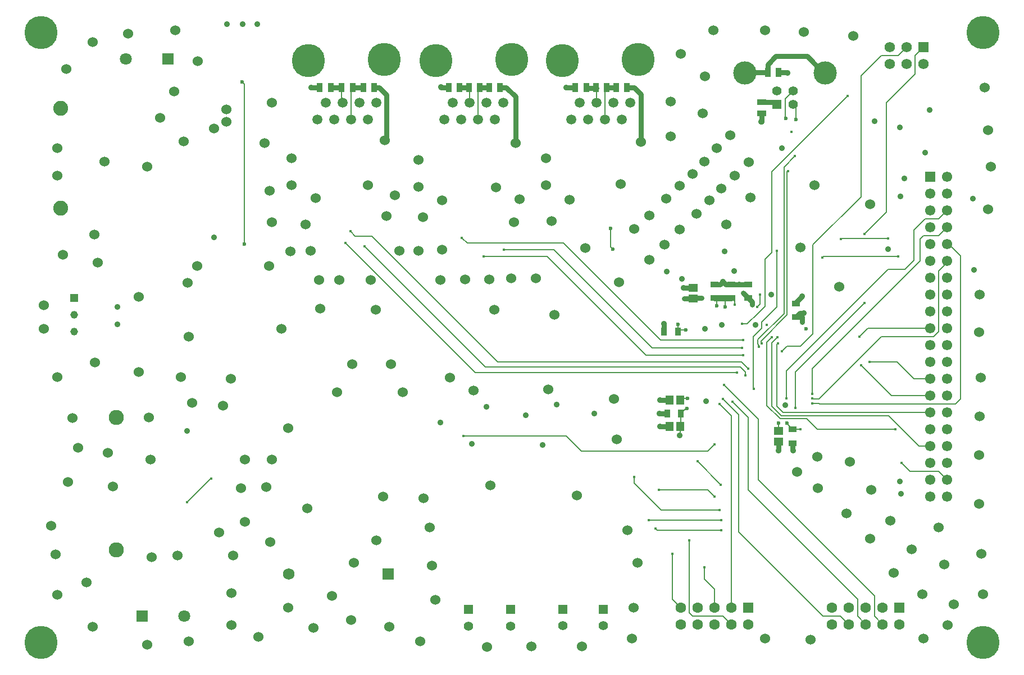
<source format=gbl>
G04*
G04 #@! TF.GenerationSoftware,Altium Limited,Altium Designer,24.6.1 (21)*
G04*
G04 Layer_Physical_Order=4*
G04 Layer_Color=16711680*
%FSLAX25Y25*%
%MOIN*%
G70*
G04*
G04 #@! TF.SameCoordinates,5EFEE535-70E5-4D74-9779-55D0C0DC933D*
G04*
G04*
G04 #@! TF.FilePolarity,Positive*
G04*
G01*
G75*
%ADD13C,0.01000*%
%ADD20R,0.05733X0.05136*%
%ADD30R,0.05136X0.05733*%
%ADD31R,0.05315X0.03347*%
%ADD35R,0.03347X0.05315*%
%ADD59R,0.06890X0.06890*%
%ADD60C,0.06890*%
%ADD61C,0.13780*%
%ADD62R,0.05591X0.05591*%
%ADD63C,0.05591*%
%ADD68R,0.06181X0.06181*%
%ADD69C,0.06181*%
%ADD72R,0.05512X0.05512*%
%ADD73C,0.05512*%
%ADD81C,0.00800*%
%ADD83C,0.03000*%
%ADD88C,0.06102*%
%ADD89R,0.06102X0.06102*%
%ADD90C,0.06299*%
%ADD91R,0.06299X0.06299*%
%ADD92R,0.07087X0.07087*%
%ADD93C,0.07087*%
%ADD94C,0.08976*%
%ADD95C,0.19685*%
%ADD96C,0.05906*%
%ADD97R,0.04598X0.04598*%
%ADD98C,0.04598*%
%ADD99C,0.08858*%
%ADD100C,0.06000*%
%ADD101C,0.01772*%
%ADD102C,0.03543*%
%ADD103C,0.02362*%
%ADD105R,0.04749X0.03765*%
%ADD106R,0.03765X0.04749*%
%ADD107C,0.03500*%
D13*
X454865Y247035D02*
X454900Y247000D01*
D20*
X427500Y244872D02*
D03*
Y238528D02*
D03*
X478000Y160000D02*
D03*
Y153655D02*
D03*
D30*
X413328Y162600D02*
D03*
X419672D02*
D03*
X413428Y178300D02*
D03*
X419772D02*
D03*
D31*
X468000Y355248D02*
D03*
Y348752D02*
D03*
D35*
X357504Y364000D02*
D03*
X364000D02*
D03*
X288894D02*
D03*
X282398D02*
D03*
X381752D02*
D03*
X388248D02*
D03*
X218886D02*
D03*
X225382D02*
D03*
X478248Y373000D02*
D03*
X471752D02*
D03*
X205886Y364000D02*
D03*
X212382D02*
D03*
X231638D02*
D03*
X238134D02*
D03*
X300894D02*
D03*
X294398D02*
D03*
X369752D02*
D03*
X376248D02*
D03*
X312894D02*
D03*
X306398D02*
D03*
D59*
X246528Y75000D02*
D03*
D60*
X187472D02*
D03*
D61*
X505622Y372669D02*
D03*
X458220D02*
D03*
D62*
X477000Y354126D02*
D03*
D63*
X486842D02*
D03*
Y362000D02*
D03*
X477000D02*
D03*
D68*
X564000Y388000D02*
D03*
D69*
X554000D02*
D03*
X544000D02*
D03*
X564000Y378000D02*
D03*
X554000D02*
D03*
X544000D02*
D03*
D72*
X374000Y54000D02*
D03*
X350000D02*
D03*
X294000Y53843D02*
D03*
X319000D02*
D03*
D73*
X374000Y44157D02*
D03*
X350000D02*
D03*
X294000Y44000D02*
D03*
X319000D02*
D03*
D81*
X344783Y267717D02*
X403060Y209440D01*
X314961Y267717D02*
X344783D01*
X403060Y209440D02*
X456560D01*
X399500Y205000D02*
X457000D01*
X340721Y263779D02*
X399500Y205000D01*
X303150Y263779D02*
X340721D01*
X236910Y275590D02*
X311500Y201000D01*
X226899Y275590D02*
X236910D01*
X311500Y201000D02*
X456000D01*
X221000Y271500D02*
X297951Y194549D01*
X453451D01*
X483200Y228900D02*
Y314200D01*
X526000Y216000D02*
X531000Y221000D01*
X568000D01*
X127000Y117500D02*
X141000Y131500D01*
X141500D01*
X446563Y238063D02*
X447465Y238965D01*
X450000D01*
X446563Y233663D02*
Y238063D01*
X501000Y161000D02*
X547600D01*
X479000Y167200D02*
X494800D01*
X501000Y161000D01*
X502500Y176000D02*
X564000D01*
X502043Y176457D02*
X502500Y176000D01*
X498000Y176457D02*
X502043D01*
X539000Y216000D02*
X570000D01*
X498228Y179000D02*
X502000D01*
X539000Y216000D01*
X498000Y182000D02*
Y197000D01*
Y179228D02*
X498228Y179000D01*
X477000Y233500D02*
Y253204D01*
X468000Y221000D02*
Y224500D01*
X477000Y233500D01*
X459594Y223594D02*
X466000Y230000D01*
X466000D01*
X458595Y223594D02*
X459594D01*
X470000Y234000D02*
Y262000D01*
X466000Y230000D02*
X470000Y234000D01*
X465400Y233600D02*
X467000Y235200D01*
X456405Y223594D02*
X458595D01*
X467000Y235200D02*
Y241000D01*
X392500Y129000D02*
Y132500D01*
Y129000D02*
X408500Y113000D01*
X532000Y201000D02*
X548500D01*
X558500Y191000D02*
X568000D01*
X548500Y201000D02*
X558500Y191000D01*
X434000Y72000D02*
Y79000D01*
X440000Y55000D02*
Y66000D01*
X434000Y72000D02*
X440000Y66000D01*
X415000Y60000D02*
Y87000D01*
Y60000D02*
X420000Y55000D01*
X159800Y367200D02*
X161000Y366000D01*
Y271000D02*
Y366000D01*
X483200Y314200D02*
X483686D01*
X467716Y213416D02*
X483200Y228900D01*
X481400Y229646D02*
Y316800D01*
X465916Y214162D02*
X481400Y229646D01*
X408500Y113000D02*
X443000D01*
X425000Y52000D02*
Y95000D01*
Y52000D02*
X427000Y50000D01*
X445000D01*
X454500Y100000D02*
Y169500D01*
X504500Y50000D02*
X514866D01*
X454500Y100000D02*
X504500Y50000D01*
X460000Y125000D02*
X519000Y66000D01*
X460000Y125000D02*
Y168000D01*
X466000Y131000D02*
X535000Y62000D01*
X466000Y131000D02*
Y167000D01*
X535000Y49866D02*
Y62000D01*
X445000Y179000D02*
X454500Y169500D01*
X450613Y177387D02*
X460000Y168000D01*
X445811Y187189D02*
X466000Y167000D01*
X543100Y256100D02*
X553000D01*
X482800Y179200D02*
Y195800D01*
X543100Y256100D01*
X481400Y316800D02*
X487800Y323200D01*
X498500Y270500D02*
X527000Y299000D01*
X498500Y217500D02*
Y270500D01*
X491228Y210228D02*
X498500Y217500D01*
X483000Y210228D02*
X491228D01*
X527000Y299000D02*
Y371000D01*
X480031Y207260D02*
X483000Y210228D01*
X455415Y198000D02*
X458500Y194915D01*
Y193000D02*
Y194915D01*
X463000Y185500D02*
X463500Y185000D01*
X463000Y185500D02*
Y216000D01*
X291000Y157000D02*
X352000D01*
X527000Y371000D02*
X539000Y383000D01*
X549000D01*
X554000Y388000D01*
X542000Y355000D02*
X556000Y369000D01*
X542000Y290000D02*
Y355000D01*
X529000Y277000D02*
X542000Y290000D01*
X556000Y369000D02*
X559000Y372000D01*
Y383000D02*
X564000Y388000D01*
X559000Y372000D02*
Y383000D01*
X498000Y197000D02*
X562000Y261000D01*
X488000Y195000D02*
X529000Y236000D01*
X470000Y262000D02*
X474000Y266000D01*
X477000Y253204D02*
Y267000D01*
X515000Y274000D02*
X515267Y274267D01*
X543206D01*
X504000Y263000D02*
X504500Y263500D01*
X549000D01*
X474000Y266000D02*
Y314000D01*
X519000Y359000D01*
X488000Y173500D02*
Y195000D01*
X474100Y174800D02*
Y212200D01*
X477052Y174748D02*
Y211252D01*
X293307Y271654D02*
X350394D01*
X290146Y274815D02*
X293307Y271654D01*
X223948Y278542D02*
X226899Y275590D01*
X232283Y269685D02*
X303969Y198000D01*
X408047Y214000D02*
X457000D01*
X350394Y271654D02*
X408047Y214000D01*
X299830Y362936D02*
X300894Y364000D01*
X294398D02*
X294830Y363568D01*
Y354881D02*
Y363568D01*
X299830Y344881D02*
Y362936D01*
X303969Y198000D02*
X455415D01*
X456000Y201000D02*
X460000Y197000D01*
X419435Y220000D02*
X423000D01*
X418335Y218900D02*
X419435Y220000D01*
X352000Y157000D02*
X361000Y148000D01*
X436000D01*
X440000Y152000D01*
X430000Y142000D02*
X443919Y128081D01*
X407000Y125000D02*
X436000D01*
X440000Y121000D01*
X406000Y101000D02*
X444000D01*
X405000Y102000D02*
X406000Y101000D01*
X401000Y107000D02*
X444000D01*
X445000Y50000D02*
X450000Y45000D01*
X535000Y49866D02*
X539802Y45064D01*
X525000Y49866D02*
X529802Y45064D01*
X525000Y49866D02*
Y60000D01*
X519000Y66000D02*
X525000Y60000D01*
X450000Y55000D02*
Y169000D01*
X443000Y176000D02*
X450000Y169000D01*
X423135Y173300D02*
X423800D01*
X420035Y170200D02*
X423135Y173300D01*
X420035Y162963D02*
Y170200D01*
X514866Y50000D02*
X519802Y45064D01*
X463000Y216000D02*
X468000Y221000D01*
X466300Y209900D02*
X466643Y210244D01*
X573000Y276000D02*
X578000Y281000D01*
X564000Y276000D02*
X573000D01*
X562000Y274000D02*
X564000Y276000D01*
X562000Y261000D02*
Y274000D01*
X570000Y216000D02*
X573000Y219000D01*
Y255000D01*
X578000Y260000D01*
Y261000D01*
Y271000D02*
X579000D01*
X586000Y264000D01*
Y179000D02*
Y264000D01*
X583000Y176000D02*
X586000Y179000D01*
X564000Y176000D02*
X583000D01*
X573100Y286100D02*
X578000Y291000D01*
X565000Y286100D02*
X573100D01*
X558300Y279400D02*
X565000Y286100D01*
X558300Y261400D02*
Y279400D01*
X553000Y256100D02*
X558300Y261400D01*
X467716Y212403D02*
Y213416D01*
X465974Y210913D02*
X466643Y210244D01*
X465916Y211658D02*
X465974Y211600D01*
X467716Y212403D02*
X468260Y211860D01*
X465916Y211658D02*
Y214162D01*
X465974Y210913D02*
Y211600D01*
X471175Y175025D02*
Y212575D01*
X474100Y215500D01*
Y212200D02*
X477500Y215600D01*
X477052Y211252D02*
X477900Y212100D01*
X477052Y174748D02*
X480800Y171000D01*
X474100Y174800D02*
X479900Y169000D01*
X543500D01*
X561500Y151000D01*
X471175Y175025D02*
X479000Y167200D01*
X561500Y151000D02*
X568000D01*
X480800Y171000D02*
X568000D01*
X490835Y160835D02*
X491000Y161000D01*
X478000Y160000D02*
X478100Y160100D01*
Y164500D01*
X483100Y164335D02*
Y164500D01*
Y164335D02*
X486600Y160835D01*
X527000Y199000D02*
X545000Y181000D01*
X486600Y160835D02*
X490835D01*
X545000Y181000D02*
X568000D01*
X556000Y136000D02*
X573000D01*
X551000Y141000D02*
X556000Y136000D01*
X573000D02*
X578000Y131000D01*
X482000Y345800D02*
Y357157D01*
Y345800D02*
X482300Y345500D01*
X488600Y345100D02*
Y354126D01*
X378321Y269379D02*
X379700Y268000D01*
X452000Y235000D02*
Y236965D01*
X450000Y238965D02*
X452000Y236965D01*
X457000Y241965D02*
Y242000D01*
X418300Y223300D02*
X418335Y223265D01*
Y218900D02*
Y223265D01*
X427500Y238528D02*
X427872Y238900D01*
X378321Y269379D02*
Y280229D01*
X419500Y157200D02*
X419672Y157372D01*
Y162600D01*
X420035Y162963D01*
X486842Y354126D02*
X488600D01*
X482000Y357157D02*
X486842Y362000D01*
X224318Y362936D02*
X225382Y364000D01*
X224318Y344881D02*
Y362936D01*
X218886Y355313D02*
Y364000D01*
Y355313D02*
X219318Y354881D01*
X375000Y345000D02*
Y362752D01*
X376248Y364000D01*
X364000D02*
X364248Y363752D01*
X370000Y355000D02*
Y363752D01*
X419772Y178300D02*
X420787Y179315D01*
X424115D01*
X440000Y238965D02*
X441500Y237465D01*
Y234300D02*
Y237465D01*
D83*
X488400Y227565D02*
X492100D01*
Y224567D02*
Y227565D01*
X244500Y332500D02*
X245500Y333500D01*
X241000Y364000D02*
X245500Y359500D01*
Y333500D02*
Y359500D01*
X422200Y238600D02*
X422272Y238528D01*
X427500D01*
X238134Y364000D02*
X241000D01*
X322000Y331000D02*
Y358500D01*
X312894Y364000D02*
X316500D01*
X322000Y358500D01*
X388248Y364000D02*
X392500D01*
X396500Y331500D02*
Y360000D01*
X392500Y364000D02*
X396500Y360000D01*
X488400Y235635D02*
Y236400D01*
X492000Y240000D01*
X490935Y230100D02*
X493100D01*
X488400Y227565D02*
X490935Y230100D01*
X288894Y364000D02*
X294398D01*
X300894D02*
X306398D01*
X277617Y364167D02*
X277785Y364000D01*
X282398D01*
X413242Y162686D02*
X413328Y162600D01*
X407886Y162686D02*
X413242D01*
X407800Y162772D02*
X407886Y162686D01*
X454900Y247000D02*
X454935Y247035D01*
X460000D01*
X467900Y343700D02*
X468000Y343800D01*
Y348752D01*
X457000Y241965D02*
X460000Y238965D01*
X450000Y247035D02*
X454865D01*
X446665D02*
X450000D01*
X410265Y218900D02*
Y223635D01*
X410200Y223700D02*
X410265Y223635D01*
X427872Y238900D02*
X432300D01*
X460000Y238965D02*
X462300Y236665D01*
X200934Y363900D02*
X201034Y364000D01*
X205886D01*
X352000Y363900D02*
X352100Y364000D01*
X357504D01*
X482800Y373100D02*
X483300Y372600D01*
X479200Y373100D02*
X482800D01*
X479100Y373000D02*
X479200Y373100D01*
X478248Y373000D02*
X479100D01*
X486600Y148300D02*
X486700Y148200D01*
X486600Y148300D02*
Y152765D01*
X477947Y148276D02*
Y153602D01*
X478000Y153655D01*
X407300Y170200D02*
X411965D01*
X407800Y178400D02*
X407900Y178300D01*
X413428D01*
X421900Y244900D02*
X421928Y244872D01*
X427500D01*
X443335Y247035D02*
X445000Y248700D01*
X440000Y247035D02*
X443335D01*
X445000Y248700D02*
X446665Y247035D01*
X471752Y373000D02*
Y377652D01*
X476600Y382500D02*
X495100D01*
X471752Y377652D02*
X476600Y382500D01*
X504931Y372669D02*
X505622D01*
X495100Y382500D02*
X504931Y372669D01*
X458220D02*
X458551Y373000D01*
X471752D01*
X475878Y355248D02*
X477000Y354126D01*
X468000Y355248D02*
X475878D01*
X225382Y364000D02*
X231638D01*
X212382D02*
X218886D01*
X376248D02*
X381752D01*
X364248Y363752D02*
X370000D01*
X462300Y235100D02*
Y236665D01*
D88*
X568000Y121000D02*
D03*
Y131000D02*
D03*
Y141000D02*
D03*
Y151000D02*
D03*
Y161000D02*
D03*
Y171000D02*
D03*
Y181000D02*
D03*
Y191000D02*
D03*
Y201000D02*
D03*
Y211000D02*
D03*
Y221000D02*
D03*
Y231000D02*
D03*
Y241000D02*
D03*
Y251000D02*
D03*
Y261000D02*
D03*
Y271000D02*
D03*
Y281000D02*
D03*
Y291000D02*
D03*
Y301000D02*
D03*
X578000Y121000D02*
D03*
Y131000D02*
D03*
Y141000D02*
D03*
Y151000D02*
D03*
Y161000D02*
D03*
Y171000D02*
D03*
Y181000D02*
D03*
Y191000D02*
D03*
Y201000D02*
D03*
Y211000D02*
D03*
Y221000D02*
D03*
Y231000D02*
D03*
Y241000D02*
D03*
Y251000D02*
D03*
Y261000D02*
D03*
Y271000D02*
D03*
Y281000D02*
D03*
Y291000D02*
D03*
Y301000D02*
D03*
Y311000D02*
D03*
D89*
X568000D02*
D03*
D90*
X460000Y45000D02*
D03*
X450000D02*
D03*
X440000D02*
D03*
X430000D02*
D03*
X420000D02*
D03*
X450000Y55000D02*
D03*
X440000D02*
D03*
X430000D02*
D03*
X420000D02*
D03*
X509802Y55064D02*
D03*
X519802D02*
D03*
X529802D02*
D03*
X539802D02*
D03*
X509802Y45064D02*
D03*
X519802D02*
D03*
X529802D02*
D03*
X539802D02*
D03*
X549802D02*
D03*
D91*
X460000Y55000D02*
D03*
X549802Y55064D02*
D03*
D92*
X100500Y50000D02*
D03*
X115916Y380836D02*
D03*
D93*
X125500Y50000D02*
D03*
X90916Y380836D02*
D03*
D94*
X85000Y89394D02*
D03*
Y168134D02*
D03*
D95*
X274646Y380000D02*
D03*
X319646Y380500D02*
D03*
X394816Y380619D02*
D03*
X349816Y380119D02*
D03*
X199134Y380000D02*
D03*
X244134Y380500D02*
D03*
X599479Y34379D02*
D03*
Y396584D02*
D03*
X40424Y34379D02*
D03*
Y396584D02*
D03*
D96*
X304830Y354881D02*
D03*
X299830Y344881D02*
D03*
X294830Y354881D02*
D03*
X289829Y344881D02*
D03*
X284829Y354881D02*
D03*
X279830Y344881D02*
D03*
X314829Y354881D02*
D03*
X309829Y344881D02*
D03*
X385000Y345000D02*
D03*
X390000Y355000D02*
D03*
X355000Y345000D02*
D03*
X360000Y355000D02*
D03*
X365000Y345000D02*
D03*
X370000Y355000D02*
D03*
X375000Y345000D02*
D03*
X380000Y355000D02*
D03*
X229318Y354881D02*
D03*
X224318Y344881D02*
D03*
X219318Y354881D02*
D03*
X214318Y344881D02*
D03*
X209318Y354881D02*
D03*
X204318Y344881D02*
D03*
X239318Y354881D02*
D03*
X234318Y344881D02*
D03*
D97*
X60000Y239000D02*
D03*
D98*
Y229000D02*
D03*
Y219000D02*
D03*
D99*
X52000Y351528D02*
D03*
Y292472D02*
D03*
D100*
X363581Y268761D02*
D03*
X383581Y248261D02*
D03*
X297000Y184000D02*
D03*
X532500Y294500D02*
D03*
X514000Y245500D02*
D03*
X491000Y269000D02*
D03*
X447000Y282500D02*
D03*
X461500Y298500D02*
D03*
X499500Y306000D02*
D03*
X470000Y398000D02*
D03*
X493000Y397000D02*
D03*
X522500Y394500D02*
D03*
X439500Y398000D02*
D03*
X420000Y384000D02*
D03*
X434500Y370500D02*
D03*
X414000Y355500D02*
D03*
X433000Y348500D02*
D03*
X414000Y335000D02*
D03*
X600500Y364000D02*
D03*
X602500Y338500D02*
D03*
X604000Y317000D02*
D03*
X602500Y291500D02*
D03*
X597500Y241000D02*
D03*
X597000Y218500D02*
D03*
X598000Y191500D02*
D03*
X597500Y168500D02*
D03*
X597000Y145500D02*
D03*
Y116500D02*
D03*
X598500Y87000D02*
D03*
X599500Y63000D02*
D03*
X578500Y44500D02*
D03*
X582000Y57000D02*
D03*
X576500Y80500D02*
D03*
X573000Y102500D02*
D03*
X557000Y89500D02*
D03*
X544500Y106500D02*
D03*
X533000Y125000D02*
D03*
X520500Y141500D02*
D03*
X489000Y135500D02*
D03*
X501000Y144500D02*
D03*
X501500Y126000D02*
D03*
X518500Y111000D02*
D03*
X532500Y96000D02*
D03*
X546500Y75500D02*
D03*
X563500Y63000D02*
D03*
X564000Y36500D02*
D03*
X497000Y36000D02*
D03*
X470000Y36500D02*
D03*
X305000Y31500D02*
D03*
X361500Y32000D02*
D03*
X331500D02*
D03*
X391000Y36500D02*
D03*
X392000Y55000D02*
D03*
X394500Y81500D02*
D03*
X388500Y101000D02*
D03*
X358500Y121500D02*
D03*
X307000Y127500D02*
D03*
X341500Y184500D02*
D03*
X225000Y199500D02*
D03*
X255000Y183000D02*
D03*
X283001Y191570D02*
D03*
X248000Y199500D02*
D03*
X345000Y229000D02*
D03*
X309500Y232000D02*
D03*
X239000D02*
D03*
X206000Y232500D02*
D03*
X183000Y220500D02*
D03*
X321000Y284000D02*
D03*
X343500Y284500D02*
D03*
X324500Y297500D02*
D03*
X267000Y287000D02*
D03*
X245500Y287500D02*
D03*
X250500Y300000D02*
D03*
X197500Y282500D02*
D03*
X177500Y284000D02*
D03*
X176000Y302500D02*
D03*
X177500Y355000D02*
D03*
X216000Y183000D02*
D03*
X187000Y161500D02*
D03*
X198500Y114000D02*
D03*
X243500Y121000D02*
D03*
X271000Y102500D02*
D03*
X239500Y95000D02*
D03*
X272500Y80000D02*
D03*
X274500Y59500D02*
D03*
X265500Y35000D02*
D03*
X247000Y43500D02*
D03*
X226000Y81500D02*
D03*
X224500Y47500D02*
D03*
X213000Y62000D02*
D03*
X202000Y43000D02*
D03*
X187000Y55000D02*
D03*
X161500Y106000D02*
D03*
X176500Y94000D02*
D03*
X169500Y37500D02*
D03*
X153500Y44500D02*
D03*
Y63500D02*
D03*
X128000Y35000D02*
D03*
X106000Y85000D02*
D03*
X103500Y33000D02*
D03*
X71000Y43500D02*
D03*
X67500Y70000D02*
D03*
X50000Y62500D02*
D03*
X49000Y86500D02*
D03*
X46500Y103500D02*
D03*
X83000Y127000D02*
D03*
X56500Y129500D02*
D03*
X105500Y143000D02*
D03*
X80000Y147000D02*
D03*
X62500Y150000D02*
D03*
X104500Y168000D02*
D03*
X148500Y175000D02*
D03*
X130000Y176500D02*
D03*
X123500Y192000D02*
D03*
X98500Y195000D02*
D03*
X72500Y200500D02*
D03*
X59000Y167500D02*
D03*
X50000Y192000D02*
D03*
X42000Y234500D02*
D03*
Y220500D02*
D03*
X74000Y260000D02*
D03*
X53500Y264500D02*
D03*
X72000Y276500D02*
D03*
X78000Y320000D02*
D03*
X111000Y346000D02*
D03*
X103500Y317000D02*
D03*
X50000Y311500D02*
D03*
Y328000D02*
D03*
X119500Y361500D02*
D03*
X133500Y379500D02*
D03*
X120000Y398000D02*
D03*
X92000Y396000D02*
D03*
X55500Y375000D02*
D03*
X71000Y391000D02*
D03*
X401500Y261500D02*
D03*
X410500Y270500D02*
D03*
X419500Y279500D02*
D03*
X392500Y280000D02*
D03*
X401500Y288000D02*
D03*
X334000Y250500D02*
D03*
X319500D02*
D03*
X306500Y250000D02*
D03*
X236000Y249500D02*
D03*
X253000Y267000D02*
D03*
X382000Y155000D02*
D03*
X380500Y179000D02*
D03*
X159000Y126000D02*
D03*
X174000Y126500D02*
D03*
X177500Y143000D02*
D03*
X161500D02*
D03*
X292000Y250027D02*
D03*
X277500Y249500D02*
D03*
X278500Y267500D02*
D03*
X264500Y267000D02*
D03*
X188500Y266500D02*
D03*
X205500Y249500D02*
D03*
X217500D02*
D03*
X200500Y267000D02*
D03*
X449500Y335500D02*
D03*
X460500Y319500D02*
D03*
X452000Y311500D02*
D03*
X444000Y304000D02*
D03*
X437000Y297000D02*
D03*
X429500Y289000D02*
D03*
X411500Y298000D02*
D03*
X419500Y305500D02*
D03*
X427000Y312500D02*
D03*
X434000Y320000D02*
D03*
X441500Y328000D02*
D03*
X121500Y86000D02*
D03*
X146000Y99500D02*
D03*
X150500Y351000D02*
D03*
Y343500D02*
D03*
X143000Y339500D02*
D03*
X396500Y331500D02*
D03*
X354095Y297406D02*
D03*
X340000Y306000D02*
D03*
X264500Y321000D02*
D03*
Y305000D02*
D03*
X244500Y332500D02*
D03*
X322000Y331000D02*
D03*
X384500Y306500D02*
D03*
X340000Y322000D02*
D03*
X310500Y304500D02*
D03*
X278500Y297000D02*
D03*
X267500Y120000D02*
D03*
X154500Y86000D02*
D03*
X153000Y191000D02*
D03*
X175824Y258000D02*
D03*
X128000Y216000D02*
D03*
X127500Y248000D02*
D03*
X98500Y239500D02*
D03*
X234500Y306000D02*
D03*
X203306Y298306D02*
D03*
X189000Y306000D02*
D03*
Y322000D02*
D03*
X173000Y331000D02*
D03*
X125000Y332000D02*
D03*
X133000Y258000D02*
D03*
D101*
X221000Y271500D02*
D03*
X526000Y216000D02*
D03*
X127000Y117500D02*
D03*
X141500Y131500D02*
D03*
X498000Y182000D02*
D03*
Y176457D02*
D03*
X465400Y233600D02*
D03*
X392500Y132500D02*
D03*
X483686Y314200D02*
D03*
X425000Y95000D02*
D03*
X458500Y193000D02*
D03*
X463500Y185000D02*
D03*
X291000Y157000D02*
D03*
X529000Y277000D02*
D03*
Y236000D02*
D03*
X467000Y241000D02*
D03*
X515000Y274000D02*
D03*
X504000Y263000D02*
D03*
X519000Y359000D02*
D03*
X456405Y223594D02*
D03*
X480031Y207260D02*
D03*
X303150Y263779D02*
D03*
X314961Y267717D02*
D03*
X290146Y274815D02*
D03*
X223948Y278542D02*
D03*
X232283Y269685D02*
D03*
X453451Y194549D02*
D03*
X460000Y197000D02*
D03*
X457000Y205000D02*
D03*
X456560Y209440D02*
D03*
X457000Y214000D02*
D03*
X440000Y152000D02*
D03*
X443919Y128081D02*
D03*
X430000Y142000D02*
D03*
X407000Y125000D02*
D03*
X440000Y121000D02*
D03*
X444000Y101000D02*
D03*
X405000Y102000D02*
D03*
X401000Y107000D02*
D03*
X444000D02*
D03*
X443000Y113000D02*
D03*
X415000Y87000D02*
D03*
X445811Y187189D02*
D03*
X450613Y177387D02*
D03*
X445000Y179000D02*
D03*
X443000Y176000D02*
D03*
X434000Y79000D02*
D03*
X477000Y267000D02*
D03*
X466300Y209900D02*
D03*
X468260Y211860D02*
D03*
X474100Y215500D02*
D03*
X477500Y215600D02*
D03*
X477900Y212100D02*
D03*
X471200Y223000D02*
D03*
X547600Y161000D02*
D03*
X491000D02*
D03*
X482800Y179200D02*
D03*
X527000Y199000D02*
D03*
X488000Y173500D02*
D03*
X543206Y274267D02*
D03*
X549000Y263500D02*
D03*
X498000Y179228D02*
D03*
X532000Y201000D02*
D03*
X551000Y141000D02*
D03*
X452000Y235000D02*
D03*
X457000Y242000D02*
D03*
X487800Y323200D02*
D03*
X485800Y337800D02*
D03*
D102*
X435000Y177500D02*
D03*
X535000Y344000D02*
D03*
X492000Y240000D02*
D03*
X493100Y230100D02*
D03*
X480000Y328000D02*
D03*
X85655Y233655D02*
D03*
X142945Y275055D02*
D03*
X85828Y223172D02*
D03*
X473828Y241147D02*
D03*
X277617Y364167D02*
D03*
X296008Y152202D02*
D03*
X482001Y175197D02*
D03*
X543000Y268000D02*
D03*
X550800Y122700D02*
D03*
X593352Y298148D02*
D03*
X593948Y255552D02*
D03*
X407800Y162772D02*
D03*
X277600Y165000D02*
D03*
X304700Y174200D02*
D03*
X346400Y175700D02*
D03*
X338000Y151500D02*
D03*
X368900Y170200D02*
D03*
X328000Y169200D02*
D03*
X467900Y343700D02*
D03*
X567644Y350557D02*
D03*
X550000Y340300D02*
D03*
X565000Y325200D02*
D03*
X446000Y266700D02*
D03*
X550000Y130000D02*
D03*
X454900Y247000D02*
D03*
X444594Y222895D02*
D03*
X410200Y223700D02*
D03*
X434446Y220654D02*
D03*
X419500Y157200D02*
D03*
X127000Y160100D02*
D03*
X150700Y401700D02*
D03*
X160000Y401600D02*
D03*
X168759Y401562D02*
D03*
X200934Y363900D02*
D03*
X352000D02*
D03*
X483300Y372600D02*
D03*
X552800Y310100D02*
D03*
X550600Y299300D02*
D03*
X486700Y148200D02*
D03*
X477947Y148276D02*
D03*
X407300Y170200D02*
D03*
X407800Y178400D02*
D03*
X411700Y254700D02*
D03*
X420828Y250160D02*
D03*
X421900Y244900D02*
D03*
X445000Y248700D02*
D03*
X451900Y255000D02*
D03*
X464280Y222880D02*
D03*
D103*
X494347Y220654D02*
D03*
X492100Y224567D02*
D03*
X161000Y271000D02*
D03*
X159800Y367200D02*
D03*
X423000Y220000D02*
D03*
X423800Y173300D02*
D03*
X483100Y164500D02*
D03*
X478100D02*
D03*
X482300Y345500D02*
D03*
X488600Y345100D02*
D03*
X379700Y268000D02*
D03*
X446563Y233663D02*
D03*
X418300Y223300D02*
D03*
X422200Y238600D02*
D03*
X378321Y280229D02*
D03*
X432300Y238900D02*
D03*
X462300Y235100D02*
D03*
X424115Y179315D02*
D03*
X441500Y234300D02*
D03*
D105*
X488400Y235635D02*
D03*
Y227565D02*
D03*
X440000Y247035D02*
D03*
Y238965D02*
D03*
X460000Y247035D02*
D03*
Y238965D02*
D03*
X450000Y247035D02*
D03*
Y238965D02*
D03*
X486600Y152765D02*
D03*
Y160835D02*
D03*
D106*
X411965Y170200D02*
D03*
X420035D02*
D03*
X410265Y218900D02*
D03*
X418335D02*
D03*
D107*
X440000Y238965D02*
X450000D01*
M02*

</source>
